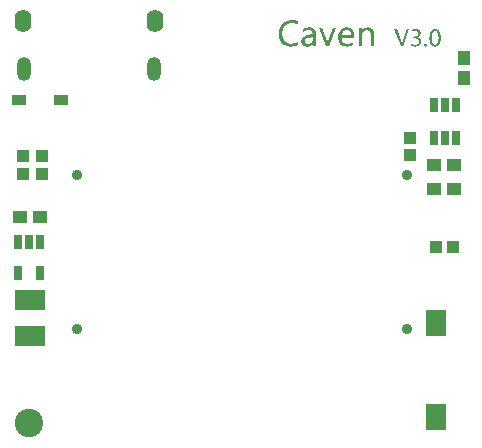
<source format=gts>
G04*
G04 #@! TF.GenerationSoftware,Altium Limited,Altium Designer,21.2.1 (34)*
G04*
G04 Layer_Color=8388736*
%FSLAX25Y25*%
%MOIN*%
G70*
G04*
G04 #@! TF.SameCoordinates,1518C732-DF2A-4DFD-9B87-9E54171A1C2B*
G04*
G04*
G04 #@! TF.FilePolarity,Negative*
G04*
G01*
G75*
%ADD26R,0.04600X0.04300*%
%ADD27R,0.04147X0.03950*%
%ADD28R,0.04300X0.04600*%
%ADD29R,0.03950X0.04147*%
%ADD30R,0.02572X0.04737*%
%ADD31R,0.04737X0.03753*%
%ADD32R,0.06706X0.08674*%
%ADD33R,0.02965X0.04737*%
%ADD34R,0.09855X0.07099*%
%ADD35C,0.03556*%
%ADD36C,0.09461*%
%ADD37O,0.05524X0.07493*%
%ADD38O,0.04737X0.07887*%
G36*
X95705Y142255D02*
X95830D01*
X95969Y142242D01*
X96122Y142228D01*
X96441Y142186D01*
X96788Y142117D01*
X97121Y142033D01*
X97440Y141908D01*
Y140756D01*
X97426D01*
X97399Y140784D01*
X97343Y140798D01*
X97274Y140840D01*
X97190Y140881D01*
X97093Y140923D01*
X96968Y140965D01*
X96843Y141020D01*
X96538Y141103D01*
X96191Y141187D01*
X95816Y141242D01*
X95414Y141270D01*
X95275D01*
X95178Y141256D01*
X95053Y141242D01*
X94914Y141214D01*
X94762Y141187D01*
X94581Y141145D01*
X94401Y141103D01*
X94220Y141034D01*
X94012Y140965D01*
X93818Y140867D01*
X93623Y140756D01*
X93429Y140631D01*
X93249Y140479D01*
X93068Y140312D01*
X93054Y140298D01*
X93027Y140271D01*
X92985Y140215D01*
X92929Y140132D01*
X92860Y140035D01*
X92777Y139924D01*
X92707Y139785D01*
X92624Y139632D01*
X92527Y139452D01*
X92457Y139257D01*
X92374Y139049D01*
X92305Y138813D01*
X92249Y138577D01*
X92208Y138313D01*
X92180Y138022D01*
X92166Y137731D01*
Y137717D01*
Y137661D01*
Y137578D01*
X92180Y137481D01*
X92194Y137342D01*
X92208Y137189D01*
X92235Y137023D01*
X92277Y136842D01*
X92374Y136454D01*
X92444Y136245D01*
X92527Y136051D01*
X92624Y135843D01*
X92735Y135649D01*
X92860Y135454D01*
X93013Y135274D01*
X93027Y135260D01*
X93054Y135232D01*
X93096Y135190D01*
X93165Y135135D01*
X93249Y135066D01*
X93360Y134982D01*
X93471Y134913D01*
X93609Y134830D01*
X93762Y134732D01*
X93929Y134663D01*
X94109Y134580D01*
X94303Y134510D01*
X94512Y134455D01*
X94734Y134413D01*
X94970Y134386D01*
X95219Y134372D01*
X95344D01*
X95428Y134386D01*
X95539D01*
X95678Y134399D01*
X95816Y134427D01*
X95983Y134441D01*
X96330Y134510D01*
X96691Y134621D01*
X97079Y134760D01*
X97440Y134955D01*
Y133886D01*
X97426D01*
X97399Y133872D01*
X97343Y133844D01*
X97274Y133816D01*
X97177Y133775D01*
X97066Y133733D01*
X96927Y133692D01*
X96788Y133650D01*
X96621Y133594D01*
X96441Y133553D01*
X96247Y133511D01*
X96025Y133483D01*
X95802Y133442D01*
X95566Y133428D01*
X95053Y133400D01*
X94970D01*
X94872Y133414D01*
X94748D01*
X94595Y133442D01*
X94415Y133456D01*
X94206Y133497D01*
X93998Y133553D01*
X93762Y133608D01*
X93526Y133692D01*
X93276Y133775D01*
X93027Y133886D01*
X92777Y134025D01*
X92541Y134177D01*
X92319Y134358D01*
X92097Y134566D01*
X92083Y134580D01*
X92055Y134621D01*
X91999Y134691D01*
X91930Y134774D01*
X91847Y134899D01*
X91750Y135038D01*
X91652Y135204D01*
X91555Y135385D01*
X91444Y135607D01*
X91347Y135829D01*
X91250Y136093D01*
X91167Y136370D01*
X91097Y136662D01*
X91042Y136981D01*
X91014Y137314D01*
X91000Y137661D01*
Y137689D01*
Y137758D01*
X91014Y137856D01*
Y138008D01*
X91042Y138175D01*
X91069Y138383D01*
X91097Y138605D01*
X91153Y138855D01*
X91222Y139119D01*
X91305Y139382D01*
X91403Y139660D01*
X91527Y139937D01*
X91666Y140215D01*
X91833Y140493D01*
X92013Y140743D01*
X92235Y140992D01*
X92249Y141006D01*
X92291Y141048D01*
X92360Y141117D01*
X92457Y141187D01*
X92582Y141284D01*
X92735Y141395D01*
X92902Y141506D01*
X93096Y141631D01*
X93318Y141756D01*
X93554Y141867D01*
X93818Y141978D01*
X94095Y142075D01*
X94401Y142158D01*
X94720Y142214D01*
X95053Y142255D01*
X95400Y142269D01*
X95608D01*
X95705Y142255D01*
D02*
G37*
G36*
X120967Y139799D02*
X121050D01*
X121147Y139785D01*
X121369Y139729D01*
X121619Y139660D01*
X121883Y139535D01*
X122119Y139382D01*
X122244Y139271D01*
X122341Y139160D01*
Y139146D01*
X122369Y139132D01*
X122397Y139091D01*
X122424Y139035D01*
X122466Y138980D01*
X122508Y138897D01*
X122549Y138799D01*
X122605Y138688D01*
X122660Y138563D01*
X122702Y138425D01*
X122744Y138272D01*
X122785Y138105D01*
X122827Y137925D01*
X122841Y137717D01*
X122869Y137508D01*
Y137286D01*
Y133539D01*
X121786D01*
Y137023D01*
Y137050D01*
Y137106D01*
X121772Y137203D01*
X121758Y137314D01*
X121744Y137467D01*
X121716Y137619D01*
X121675Y137786D01*
X121619Y137967D01*
X121536Y138147D01*
X121453Y138313D01*
X121342Y138466D01*
X121203Y138619D01*
X121050Y138730D01*
X120870Y138827D01*
X120648Y138897D01*
X120412Y138910D01*
X120342D01*
X120287Y138897D01*
X120162Y138883D01*
X119995Y138841D01*
X119801Y138785D01*
X119607Y138688D01*
X119412Y138549D01*
X119232Y138369D01*
X119218Y138341D01*
X119162Y138272D01*
X119093Y138161D01*
X119010Y138008D01*
X118913Y137814D01*
X118843Y137592D01*
X118788Y137328D01*
X118774Y137037D01*
Y133539D01*
X117677D01*
Y139660D01*
X118774D01*
Y138647D01*
X118788D01*
X118802Y138661D01*
X118816Y138702D01*
X118857Y138758D01*
X118913Y138827D01*
X118996Y138924D01*
X119079Y139021D01*
X119176Y139119D01*
X119301Y139230D01*
X119440Y139341D01*
X119579Y139438D01*
X119746Y139549D01*
X119926Y139632D01*
X120120Y139701D01*
X120342Y139757D01*
X120564Y139799D01*
X120800Y139813D01*
X120897D01*
X120967Y139799D01*
D02*
G37*
G36*
X107795Y133539D02*
X106698D01*
X104394Y139660D01*
X105588D01*
X107073Y135288D01*
X107087Y135260D01*
X107101Y135204D01*
X107142Y135107D01*
X107170Y134982D01*
X107212Y134844D01*
X107254Y134691D01*
X107281Y134538D01*
X107295Y134399D01*
X107323D01*
Y134427D01*
X107337Y134483D01*
X107351Y134566D01*
X107364Y134691D01*
X107392Y134816D01*
X107434Y134968D01*
X107517Y135260D01*
X109086Y139660D01*
X110224D01*
X107795Y133539D01*
D02*
G37*
G36*
X101479Y139799D02*
X101618Y139771D01*
X101785Y139743D01*
X101979Y139688D01*
X102173Y139618D01*
X102382Y139521D01*
X102590Y139396D01*
X102784Y139243D01*
X102978Y139049D01*
X103145Y138827D01*
X103284Y138563D01*
X103395Y138244D01*
X103464Y137897D01*
X103492Y137481D01*
Y133539D01*
X102409D01*
Y134483D01*
X102382D01*
X102368Y134469D01*
X102354Y134441D01*
X102312Y134386D01*
X102257Y134316D01*
X102201Y134233D01*
X102118Y134136D01*
X102021Y134038D01*
X101910Y133941D01*
X101785Y133844D01*
X101646Y133747D01*
X101493Y133650D01*
X101327Y133567D01*
X101146Y133497D01*
X100938Y133442D01*
X100730Y133414D01*
X100508Y133400D01*
X100425D01*
X100355Y133414D01*
X100202Y133428D01*
X99994Y133456D01*
X99772Y133511D01*
X99536Y133594D01*
X99300Y133719D01*
X99092Y133872D01*
X99064Y133900D01*
X99009Y133955D01*
X98926Y134066D01*
X98828Y134219D01*
X98731Y134399D01*
X98648Y134621D01*
X98592Y134885D01*
X98565Y135177D01*
Y135190D01*
Y135246D01*
X98579Y135343D01*
X98592Y135454D01*
X98620Y135579D01*
X98676Y135732D01*
X98731Y135898D01*
X98814Y136079D01*
X98926Y136245D01*
X99064Y136426D01*
X99217Y136592D01*
X99425Y136745D01*
X99647Y136884D01*
X99925Y137009D01*
X100230Y137106D01*
X100591Y137175D01*
X102409Y137425D01*
Y137439D01*
Y137495D01*
X102395Y137564D01*
Y137661D01*
X102368Y137772D01*
X102340Y137911D01*
X102312Y138036D01*
X102257Y138189D01*
X102187Y138327D01*
X102104Y138466D01*
X102007Y138591D01*
X101882Y138702D01*
X101743Y138799D01*
X101577Y138869D01*
X101396Y138924D01*
X101174Y138938D01*
X101063D01*
X100994Y138924D01*
X100883Y138910D01*
X100771Y138897D01*
X100647Y138883D01*
X100508Y138841D01*
X100189Y138758D01*
X99855Y138619D01*
X99689Y138536D01*
X99508Y138438D01*
X99328Y138327D01*
X99161Y138189D01*
Y139243D01*
X99175D01*
X99203Y139271D01*
X99259Y139299D01*
X99328Y139327D01*
X99411Y139382D01*
X99508Y139424D01*
X99633Y139479D01*
X99772Y139535D01*
X99911Y139577D01*
X100077Y139632D01*
X100438Y139729D01*
X100841Y139785D01*
X101271Y139813D01*
X101368D01*
X101479Y139799D01*
D02*
G37*
G36*
X113874D02*
X113985Y139785D01*
X114096Y139771D01*
X114374Y139715D01*
X114665Y139618D01*
X114985Y139479D01*
X115137Y139396D01*
X115276Y139299D01*
X115429Y139174D01*
X115554Y139035D01*
X115568Y139021D01*
X115582Y138994D01*
X115623Y138952D01*
X115665Y138897D01*
X115706Y138813D01*
X115776Y138716D01*
X115831Y138605D01*
X115901Y138480D01*
X115956Y138327D01*
X116026Y138161D01*
X116081Y137994D01*
X116123Y137800D01*
X116178Y137592D01*
X116206Y137356D01*
X116220Y137120D01*
X116234Y136870D01*
Y136315D01*
X111945D01*
Y136301D01*
Y136273D01*
Y136218D01*
X111959Y136148D01*
X111973Y136079D01*
X111987Y135982D01*
X112028Y135760D01*
X112084Y135524D01*
X112181Y135274D01*
X112320Y135024D01*
X112486Y134802D01*
X112514Y134774D01*
X112583Y134719D01*
X112694Y134635D01*
X112861Y134538D01*
X113055Y134441D01*
X113305Y134358D01*
X113597Y134302D01*
X113916Y134274D01*
X114013D01*
X114096Y134288D01*
X114180D01*
X114291Y134316D01*
X114541Y134358D01*
X114832Y134441D01*
X115151Y134552D01*
X115470Y134719D01*
X115637Y134816D01*
X115804Y134927D01*
Y133955D01*
X115790D01*
X115762Y133927D01*
X115720Y133900D01*
X115651Y133872D01*
X115568Y133830D01*
X115470Y133775D01*
X115359Y133733D01*
X115234Y133678D01*
X115082Y133622D01*
X114915Y133580D01*
X114749Y133525D01*
X114554Y133483D01*
X114124Y133428D01*
X113652Y133400D01*
X113527D01*
X113430Y133414D01*
X113319Y133428D01*
X113194Y133442D01*
X113041Y133469D01*
X112889Y133511D01*
X112556Y133608D01*
X112389Y133678D01*
X112209Y133747D01*
X112042Y133844D01*
X111875Y133955D01*
X111723Y134080D01*
X111570Y134233D01*
X111556Y134247D01*
X111542Y134274D01*
X111501Y134316D01*
X111459Y134386D01*
X111404Y134469D01*
X111334Y134580D01*
X111265Y134705D01*
X111209Y134844D01*
X111140Y134996D01*
X111071Y135177D01*
X111001Y135371D01*
X110946Y135579D01*
X110904Y135801D01*
X110862Y136037D01*
X110848Y136301D01*
X110835Y136565D01*
Y136579D01*
Y136634D01*
Y136703D01*
X110848Y136801D01*
X110862Y136925D01*
X110876Y137064D01*
X110904Y137217D01*
X110932Y137384D01*
X111029Y137758D01*
X111098Y137953D01*
X111181Y138147D01*
X111279Y138341D01*
X111390Y138536D01*
X111515Y138716D01*
X111653Y138897D01*
X111667Y138910D01*
X111695Y138938D01*
X111737Y138980D01*
X111806Y139035D01*
X111875Y139105D01*
X111973Y139188D01*
X112084Y139271D01*
X112209Y139355D01*
X112361Y139438D01*
X112514Y139521D01*
X112861Y139674D01*
X113041Y139729D01*
X113250Y139771D01*
X113458Y139799D01*
X113680Y139813D01*
X113791D01*
X113874Y139799D01*
D02*
G37*
G36*
X132477Y133493D02*
X131663D01*
X129600Y139209D01*
X130414D01*
X131959Y134741D01*
Y134732D01*
X131968Y134704D01*
X131986Y134658D01*
X132005Y134593D01*
X132014Y134519D01*
X132033Y134427D01*
X132051Y134334D01*
X132070Y134223D01*
X132088D01*
Y134232D01*
X132097Y134269D01*
X132107Y134316D01*
X132116Y134390D01*
X132134Y134464D01*
X132153Y134547D01*
X132218Y134741D01*
X133790Y139209D01*
X134586D01*
X132477Y133493D01*
D02*
G37*
G36*
X136824Y139302D02*
X136889D01*
X136963Y139292D01*
X137129Y139265D01*
X137314Y139218D01*
X137509Y139144D01*
X137703Y139052D01*
X137879Y138922D01*
X137888D01*
X137897Y138904D01*
X137953Y138857D01*
X138017Y138774D01*
X138101Y138654D01*
X138184Y138515D01*
X138258Y138349D01*
X138304Y138154D01*
X138313Y138043D01*
X138323Y137933D01*
Y137923D01*
Y137886D01*
X138313Y137831D01*
X138304Y137757D01*
X138286Y137664D01*
X138267Y137563D01*
X138230Y137452D01*
X138184Y137331D01*
X138119Y137211D01*
X138045Y137091D01*
X137953Y136970D01*
X137842Y136850D01*
X137712Y136739D01*
X137564Y136647D01*
X137389Y136564D01*
X137185Y136489D01*
Y136471D01*
X137213D01*
X137241Y136462D01*
X137287Y136452D01*
X137342Y136443D01*
X137398Y136434D01*
X137537Y136397D01*
X137694Y136332D01*
X137860Y136258D01*
X138017Y136166D01*
X138156Y136036D01*
X138175Y136018D01*
X138212Y135971D01*
X138267Y135888D01*
X138341Y135786D01*
X138406Y135648D01*
X138461Y135491D01*
X138498Y135315D01*
X138517Y135111D01*
Y135102D01*
Y135074D01*
Y135037D01*
X138508Y134982D01*
X138498Y134917D01*
X138489Y134843D01*
X138452Y134667D01*
X138378Y134464D01*
X138341Y134362D01*
X138286Y134260D01*
X138221Y134149D01*
X138147Y134047D01*
X138064Y133955D01*
X137962Y133862D01*
X137953Y133853D01*
X137934Y133844D01*
X137907Y133816D01*
X137860Y133789D01*
X137805Y133751D01*
X137740Y133714D01*
X137657Y133677D01*
X137574Y133631D01*
X137472Y133585D01*
X137361Y133548D01*
X137231Y133511D01*
X137102Y133474D01*
X136963Y133446D01*
X136815Y133419D01*
X136648Y133409D01*
X136482Y133400D01*
X136408D01*
X136353Y133409D01*
X136278D01*
X136205Y133419D01*
X136020Y133437D01*
X135807Y133474D01*
X135594Y133529D01*
X135381Y133594D01*
X135178Y133696D01*
Y134445D01*
X135187Y134436D01*
X135205Y134427D01*
X135233Y134408D01*
X135280Y134371D01*
X135335Y134344D01*
X135400Y134307D01*
X135474Y134260D01*
X135566Y134223D01*
X135760Y134140D01*
X135983Y134066D01*
X136232Y134011D01*
X136362Y134001D01*
X136501Y133992D01*
X136556D01*
X136602Y134001D01*
X136704Y134011D01*
X136843Y134029D01*
X136991Y134066D01*
X137148Y134112D01*
X137296Y134186D01*
X137435Y134279D01*
X137453Y134297D01*
X137490Y134334D01*
X137546Y134399D01*
X137610Y134492D01*
X137675Y134602D01*
X137731Y134732D01*
X137768Y134880D01*
X137786Y135056D01*
Y135065D01*
Y135102D01*
X137777Y135158D01*
X137759Y135222D01*
X137740Y135306D01*
X137703Y135398D01*
X137657Y135500D01*
X137592Y135601D01*
X137509Y135703D01*
X137407Y135805D01*
X137277Y135898D01*
X137129Y135981D01*
X136944Y136046D01*
X136741Y136101D01*
X136501Y136138D01*
X136223Y136147D01*
X135751D01*
Y136739D01*
X136260D01*
X136334Y136749D01*
X136417Y136758D01*
X136528Y136767D01*
X136639Y136795D01*
X136769Y136822D01*
X136898Y136869D01*
X137019Y136924D01*
X137148Y136989D01*
X137259Y137072D01*
X137370Y137174D01*
X137453Y137294D01*
X137527Y137424D01*
X137564Y137581D01*
X137583Y137766D01*
Y137775D01*
Y137803D01*
X137574Y137849D01*
X137564Y137914D01*
X137555Y137979D01*
X137527Y138062D01*
X137490Y138145D01*
X137453Y138238D01*
X137398Y138321D01*
X137324Y138404D01*
X137241Y138488D01*
X137139Y138552D01*
X137019Y138617D01*
X136880Y138663D01*
X136713Y138691D01*
X136528Y138700D01*
X136473D01*
X136426Y138691D01*
X136371D01*
X136306Y138682D01*
X136158Y138654D01*
X135992Y138608D01*
X135798Y138534D01*
X135603Y138432D01*
X135502Y138376D01*
X135400Y138303D01*
Y138978D01*
X135409D01*
X135427Y138996D01*
X135455Y139005D01*
X135502Y139033D01*
X135548Y139052D01*
X135612Y139079D01*
X135687Y139117D01*
X135770Y139144D01*
X135964Y139209D01*
X136186Y139255D01*
X136436Y139292D01*
X136704Y139311D01*
X136778D01*
X136824Y139302D01*
D02*
G37*
G36*
X140080Y134334D02*
X140127Y134325D01*
X140173Y134307D01*
X140237Y134288D01*
X140284Y134251D01*
X140339Y134205D01*
X140348Y134195D01*
X140358Y134177D01*
X140385Y134149D01*
X140413Y134112D01*
X140460Y134011D01*
X140469Y133946D01*
X140478Y133872D01*
Y133862D01*
Y133844D01*
X140469Y133807D01*
X140460Y133761D01*
X140441Y133705D01*
X140422Y133650D01*
X140385Y133594D01*
X140339Y133539D01*
X140330Y133529D01*
X140312Y133520D01*
X140284Y133502D01*
X140247Y133474D01*
X140200Y133446D01*
X140145Y133428D01*
X140071Y133419D01*
X139997Y133409D01*
X139960D01*
X139923Y133419D01*
X139877Y133428D01*
X139766Y133465D01*
X139710Y133493D01*
X139655Y133539D01*
X139646Y133548D01*
X139636Y133566D01*
X139618Y133594D01*
X139590Y133631D01*
X139544Y133742D01*
X139534Y133798D01*
X139525Y133872D01*
Y133881D01*
Y133909D01*
X139534Y133937D01*
X139544Y133983D01*
X139562Y134038D01*
X139581Y134094D01*
X139618Y134149D01*
X139664Y134205D01*
X139673Y134214D01*
X139692Y134223D01*
X139719Y134251D01*
X139757Y134279D01*
X139812Y134297D01*
X139867Y134325D01*
X139932Y134334D01*
X140006Y134344D01*
X140043D01*
X140080Y134334D01*
D02*
G37*
G36*
X143281Y139302D02*
X143373Y139292D01*
X143493Y139265D01*
X143623Y139218D01*
X143780Y139154D01*
X143947Y139061D01*
X144113Y138941D01*
X144196Y138867D01*
X144280Y138784D01*
X144363Y138691D01*
X144446Y138589D01*
X144520Y138478D01*
X144604Y138358D01*
X144668Y138219D01*
X144733Y138071D01*
X144798Y137905D01*
X144853Y137729D01*
X144899Y137544D01*
X144946Y137340D01*
X144974Y137118D01*
X145001Y136887D01*
X145010Y136637D01*
X145020Y136369D01*
Y136351D01*
Y136304D01*
Y136231D01*
X145010Y136129D01*
X145001Y136009D01*
X144992Y135870D01*
X144974Y135722D01*
X144955Y135555D01*
X144890Y135195D01*
X144798Y134825D01*
X144742Y134649D01*
X144677Y134473D01*
X144594Y134307D01*
X144502Y134159D01*
X144492Y134149D01*
X144474Y134131D01*
X144446Y134084D01*
X144409Y134038D01*
X144354Y133983D01*
X144289Y133918D01*
X144215Y133853D01*
X144132Y133779D01*
X144039Y133705D01*
X143928Y133641D01*
X143817Y133576D01*
X143688Y133520D01*
X143549Y133474D01*
X143401Y133437D01*
X143244Y133409D01*
X143077Y133400D01*
X143040D01*
X142994Y133409D01*
X142929D01*
X142855Y133419D01*
X142772Y133437D01*
X142680Y133465D01*
X142578Y133493D01*
X142467Y133529D01*
X142356Y133576D01*
X142245Y133631D01*
X142134Y133705D01*
X142023Y133789D01*
X141912Y133881D01*
X141810Y133992D01*
X141718Y134122D01*
X141708Y134131D01*
X141699Y134159D01*
X141671Y134195D01*
X141644Y134260D01*
X141606Y134334D01*
X141569Y134427D01*
X141523Y134529D01*
X141486Y134658D01*
X141440Y134797D01*
X141394Y134954D01*
X141357Y135130D01*
X141320Y135324D01*
X141292Y135528D01*
X141264Y135749D01*
X141255Y135990D01*
X141246Y136240D01*
Y136258D01*
Y136304D01*
Y136388D01*
X141255Y136489D01*
X141264Y136610D01*
X141273Y136758D01*
X141292Y136915D01*
X141311Y137091D01*
X141366Y137461D01*
X141458Y137840D01*
X141514Y138025D01*
X141579Y138201D01*
X141662Y138367D01*
X141745Y138524D01*
X141754Y138534D01*
X141773Y138561D01*
X141801Y138599D01*
X141838Y138645D01*
X141893Y138709D01*
X141958Y138774D01*
X142032Y138848D01*
X142115Y138922D01*
X142217Y138987D01*
X142319Y139061D01*
X142439Y139126D01*
X142569Y139190D01*
X142717Y139237D01*
X142865Y139274D01*
X143031Y139302D01*
X143207Y139311D01*
X143253D01*
X143281Y139302D01*
D02*
G37*
%LPC*%
G36*
X102409Y136606D02*
X100980Y136412D01*
X100952D01*
X100910Y136398D01*
X100855D01*
X100730Y136370D01*
X100563Y136329D01*
X100383Y136273D01*
X100216Y136218D01*
X100050Y136134D01*
X99925Y136037D01*
X99911Y136023D01*
X99883Y135982D01*
X99842Y135926D01*
X99786Y135843D01*
X99730Y135732D01*
X99689Y135593D01*
X99661Y135440D01*
X99647Y135260D01*
Y135246D01*
Y135190D01*
X99661Y135107D01*
X99689Y135010D01*
X99717Y134899D01*
X99772Y134774D01*
X99855Y134663D01*
X99953Y134552D01*
X99967Y134538D01*
X100008Y134510D01*
X100077Y134469D01*
X100175Y134413D01*
X100300Y134358D01*
X100438Y134316D01*
X100605Y134288D01*
X100785Y134274D01*
X100813D01*
X100910Y134288D01*
X101035Y134302D01*
X101202Y134344D01*
X101382Y134399D01*
X101577Y134483D01*
X101771Y134608D01*
X101951Y134774D01*
X101965Y134802D01*
X102021Y134871D01*
X102090Y134968D01*
X102187Y135121D01*
X102271Y135302D01*
X102340Y135510D01*
X102395Y135760D01*
X102409Y136023D01*
Y136606D01*
D02*
G37*
G36*
X113666Y138938D02*
X113638D01*
X113555Y138924D01*
X113430Y138910D01*
X113277Y138883D01*
X113111Y138813D01*
X112917Y138730D01*
X112722Y138619D01*
X112542Y138452D01*
X112528Y138425D01*
X112472Y138369D01*
X112389Y138258D01*
X112292Y138119D01*
X112195Y137925D01*
X112098Y137717D01*
X112000Y137467D01*
X111945Y137189D01*
X115151D01*
Y137203D01*
Y137231D01*
Y137273D01*
Y137328D01*
X115137Y137481D01*
X115110Y137661D01*
X115054Y137869D01*
X114985Y138091D01*
X114887Y138300D01*
X114763Y138480D01*
X114749Y138494D01*
X114693Y138549D01*
X114596Y138619D01*
X114485Y138716D01*
X114318Y138799D01*
X114138Y138869D01*
X113916Y138924D01*
X113666Y138938D01*
D02*
G37*
G36*
X143160Y138700D02*
X143114D01*
X143050Y138682D01*
X142975Y138663D01*
X142892Y138626D01*
X142790Y138571D01*
X142680Y138497D01*
X142578Y138395D01*
X142467Y138266D01*
X142356Y138108D01*
X142309Y138016D01*
X142254Y137914D01*
X142217Y137794D01*
X142171Y137673D01*
X142134Y137544D01*
X142097Y137396D01*
X142060Y137239D01*
X142032Y137072D01*
X142014Y136887D01*
X141995Y136693D01*
X141986Y136489D01*
Y136267D01*
Y136258D01*
Y136240D01*
Y136212D01*
Y136166D01*
X141995Y136119D01*
Y136055D01*
X142004Y135916D01*
X142023Y135740D01*
X142051Y135546D01*
X142078Y135343D01*
X142134Y135130D01*
X142189Y134917D01*
X142272Y134713D01*
X142365Y134519D01*
X142476Y134344D01*
X142605Y134205D01*
X142680Y134140D01*
X142763Y134094D01*
X142846Y134047D01*
X142938Y134020D01*
X143040Y134001D01*
X143142Y133992D01*
X143151D01*
X143188Y134001D01*
X143244Y134011D01*
X143318Y134029D01*
X143410Y134066D01*
X143503Y134112D01*
X143605Y134186D01*
X143716Y134279D01*
X143817Y134408D01*
X143919Y134556D01*
X143965Y134649D01*
X144021Y134741D01*
X144058Y134852D01*
X144104Y134973D01*
X144141Y135093D01*
X144178Y135231D01*
X144206Y135380D01*
X144234Y135546D01*
X144252Y135713D01*
X144271Y135898D01*
X144280Y136092D01*
Y136304D01*
Y136314D01*
Y136332D01*
Y136360D01*
Y136406D01*
Y136462D01*
X144271Y136527D01*
X144261Y136684D01*
X144243Y136860D01*
X144224Y137063D01*
X144187Y137276D01*
X144141Y137507D01*
X144076Y137729D01*
X144002Y137942D01*
X143919Y138145D01*
X143808Y138330D01*
X143678Y138478D01*
X143605Y138543D01*
X143530Y138599D01*
X143447Y138645D01*
X143355Y138672D01*
X143262Y138691D01*
X143160Y138700D01*
D02*
G37*
%LPD*%
D26*
X149574Y85809D02*
D03*
X142674D02*
D03*
Y93809D02*
D03*
X149574D02*
D03*
X11574Y76606D02*
D03*
X4674D02*
D03*
D27*
X134646Y97098D02*
D03*
Y102847D02*
D03*
X5724Y91080D02*
D03*
Y96828D02*
D03*
X12074Y91047D02*
D03*
Y96794D02*
D03*
D28*
X152800Y129700D02*
D03*
Y122800D02*
D03*
D29*
X143500Y66546D02*
D03*
X149248D02*
D03*
D30*
X150114Y102847D02*
D03*
X146374D02*
D03*
X142634D02*
D03*
Y113847D02*
D03*
X146374D02*
D03*
X150114D02*
D03*
D31*
X18474Y115502D02*
D03*
X4301D02*
D03*
D32*
X143296Y41105D02*
D03*
X143374Y9874D02*
D03*
D33*
X11554Y68106D02*
D03*
X7814D02*
D03*
X4074D02*
D03*
Y57870D02*
D03*
X11554D02*
D03*
D34*
X8174Y48976D02*
D03*
Y36772D02*
D03*
D35*
X133858Y90551D02*
D03*
Y39370D02*
D03*
X23622Y90551D02*
D03*
Y39370D02*
D03*
D36*
X7874Y7874D02*
D03*
D37*
X49800Y141750D02*
D03*
X5706D02*
D03*
D38*
X49300Y126002D02*
D03*
X6206D02*
D03*
M02*

</source>
